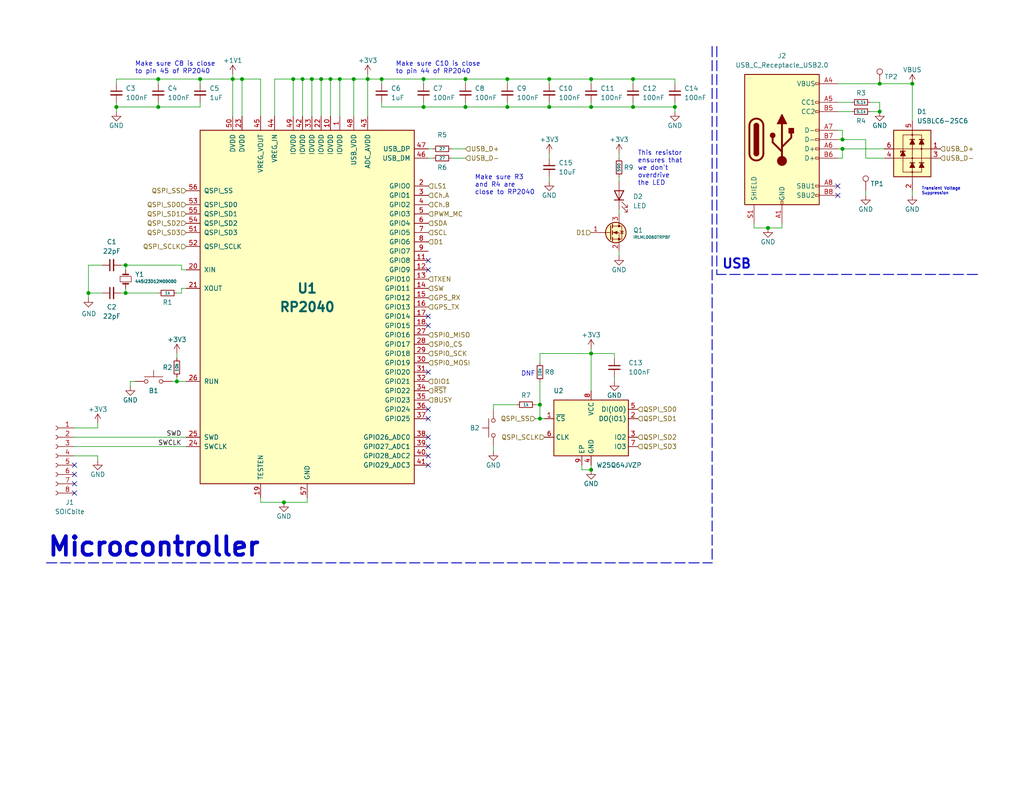
<source format=kicad_sch>
(kicad_sch (version 20230121) (generator eeschema)
  (paper "USLetter")
  (title_block (date "2023-10-18"))
  (lib_symbols
    (symbol "Connector:Conn_01x08_Female" (pin_names (offset 1.016) hide)
      (property "Reference" "J" (at 0 10.16 0))
      (property "Value" "Conn_01x08_Female" (at 0 -12.7 0))
      (symbol "Conn_01x08_Female_1_1"
        (arc (start 0 -9.652) (mid -0.5058 -10.16) (end 0 -10.668) (stroke (width 0.1524)))
        (arc (start 0 -7.112) (mid -0.5058 -7.62) (end 0 -8.128) (stroke (width 0.1524)))
        (arc (start 0 -4.572) (mid -0.5058 -5.08) (end 0 -5.588) (stroke (width 0.1524)))
        (arc (start 0 -2.032) (mid -0.5058 -2.54) (end 0 -3.048) (stroke (width 0.1524)))
        (polyline (pts (xy -1.27 -10.16) (xy -0.508 -10.16)) (stroke (width 0.1524)))
        (polyline (pts (xy -1.27 -7.62) (xy -0.508 -7.62)) (stroke (width 0.1524)))
        (polyline (pts (xy -1.27 -5.08) (xy -0.508 -5.08)) (stroke (width 0.1524)))
        (polyline (pts (xy -1.27 -2.54) (xy -0.508 -2.54)) (stroke (width 0.1524)))
        (polyline (pts (xy -1.27 0) (xy -0.508 0)) (stroke (width 0.1524)))
        (polyline (pts (xy -1.27 2.54) (xy -0.508 2.54)) (stroke (width 0.1524)))
        (polyline (pts (xy -1.27 5.08) (xy -0.508 5.08)) (stroke (width 0.1524)))
        (polyline (pts (xy -1.27 7.62) (xy -0.508 7.62)) (stroke (width 0.1524)))
        (arc (start 0 0.508) (mid -0.5058 0) (end 0 -0.508) (stroke (width 0.1524)))
        (arc (start 0 3.048) (mid -0.5058 2.54) (end 0 2.032) (stroke (width 0.1524)))
        (arc (start 0 5.588) (mid -0.5058 5.08) (end 0 4.572) (stroke (width 0.1524)))
        (arc (start 0 8.128) (mid -0.5058 7.62) (end 0 7.112) (stroke (width 0.1524)))
        (pin passive line (at -5.08 7.62 0) (length 3.81) (name "Pin_1") (number "1"))
        (pin passive line (at -5.08 5.08 0) (length 3.81) (name "Pin_2") (number "2"))
        (pin passive line (at -5.08 2.54 0) (length 3.81) (name "Pin_3") (number "3"))
        (pin passive line (at -5.08 0 0) (length 3.81) (name "Pin_4") (number "4"))
        (pin passive line (at -5.08 -2.54 0) (length 3.81) (name "Pin_5") (number "5"))
        (pin passive line (at -5.08 -5.08 0) (length 3.81) (name "Pin_6") (number "6"))
        (pin passive line (at -5.08 -7.62 0) (length 3.81) (name "Pin_7") (number "7"))
        (pin passive line (at -5.08 -10.16 0) (length 3.81) (name "Pin_8") (number "8"))
      )
    )
    (symbol "Connector:TestPoint" (pin_numbers hide) (pin_names (offset 0.762) hide)
      (property "Reference" "TP" (at 0 6.858 0))
      (property "Value" "TestPoint" (at 0 5.08 0))
      (symbol "TestPoint_0_1"
        (circle (center 0 3.302) (radius 0.762))
      )
      (symbol "TestPoint_1_1"
        (pin passive line (at 0 0 90) (length 2.54) (name "1") (number "1"))
      )
    )
    (symbol "Connector:USB_C_Receptacle_USB2.0" (pin_names (offset 1.016))
      (property "Reference" "J" (at -10.16 19.05 0))
      (property "Value" "USB_C_Receptacle_USB2.0" (at 19.05 19.05 0))
      (symbol "USB_C_Receptacle_USB2.0_0_0"
        (rectangle (start -0.254 -17.78) (end 0.254 -16.764))
        (rectangle (start 10.16 -14.986) (end 9.144 -15.494))
        (rectangle (start 10.16 -12.446) (end 9.144 -12.954))
        (rectangle (start 10.16 -4.826) (end 9.144 -5.334))
        (rectangle (start 10.16 -2.286) (end 9.144 -2.794))
        (rectangle (start 10.16 0.254) (end 9.144 -0.254))
        (rectangle (start 10.16 2.794) (end 9.144 2.286))
        (rectangle (start 10.16 7.874) (end 9.144 7.366))
        (rectangle (start 10.16 10.414) (end 9.144 9.906))
        (rectangle (start 10.16 15.494) (end 9.144 14.986))
      )
      (symbol "USB_C_Receptacle_USB2.0_0_1"
        (rectangle (start -10.16 17.78) (end 10.16 -17.78) (stroke (width 0.254)) (fill (type background)))
        (arc (start -8.89 -3.81) (mid -6.985 -5.7067) (end -5.08 -3.81) (stroke (width 0.508)))
        (arc (start -7.62 -3.81) (mid -6.985 -4.4423) (end -6.35 -3.81) (stroke (width 0.254)))
        (arc (start -7.62 -3.81) (mid -6.985 -4.4423) (end -6.35 -3.81) (stroke (width 0.254)) (fill (type outline)))
        (rectangle (start -7.62 -3.81) (end -6.35 3.81) (stroke (width 0.254)) (fill (type outline)))
        (arc (start -6.35 3.81) (mid -6.985 4.4423) (end -7.62 3.81) (stroke (width 0.254)))
        (arc (start -6.35 3.81) (mid -6.985 4.4423) (end -7.62 3.81) (stroke (width 0.254)) (fill (type outline)))
        (arc (start -5.08 3.81) (mid -6.985 5.7067) (end -8.89 3.81) (stroke (width 0.508)))
        (circle (center -2.54 1.143) (radius 0.635) (stroke (width 0.254)) (fill (type outline)))
        (circle (center 0 -5.842) (radius 1.27) (fill (type outline)))
        (polyline (pts (xy -8.89 -3.81) (xy -8.89 3.81)) (stroke (width 0.508)))
        (polyline (pts (xy -5.08 3.81) (xy -5.08 -3.81)) (stroke (width 0.508)))
        (polyline (pts (xy 0 -5.842) (xy 0 4.318)) (stroke (width 0.508)))
        (polyline (pts (xy 0 -3.302) (xy -2.54 -0.762) (xy -2.54 0.508)) (stroke (width 0.508)))
        (polyline (pts (xy 0 -2.032) (xy 2.54 0.508) (xy 2.54 1.778)) (stroke (width 0.508)))
        (polyline (pts (xy -1.27 4.318) (xy 0 6.858) (xy 1.27 4.318) (xy -1.27 4.318)) (stroke (width 0.254)) (fill (type outline)))
        (rectangle (start 1.905 1.778) (end 3.175 3.048) (stroke (width 0.254)) (fill (type outline)))
      )
      (symbol "USB_C_Receptacle_USB2.0_1_1"
        (pin passive line (at 0 -22.86 90) (length 5.08) (name "GND") (number "A1"))
        (pin passive line (at 0 -22.86 90) (length 5.08) hide (name "GND") (number "A12"))
        (pin passive line (at 15.24 15.24 180) (length 5.08) (name "VBUS") (number "A4"))
        (pin bidirectional line (at 15.24 10.16 180) (length 5.08) (name "CC1") (number "A5"))
        (pin bidirectional line (at 15.24 -2.54 180) (length 5.08) (name "D+") (number "A6"))
        (pin bidirectional line (at 15.24 2.54 180) (length 5.08) (name "D-") (number "A7"))
        (pin bidirectional line (at 15.24 -12.7 180) (length 5.08) (name "SBU1") (number "A8"))
        (pin passive line (at 15.24 15.24 180) (length 5.08) hide (name "VBUS") (number "A9"))
        (pin passive line (at 0 -22.86 90) (length 5.08) hide (name "GND") (number "B1"))
        (pin passive line (at 0 -22.86 90) (length 5.08) hide (name "GND") (number "B12"))
        (pin passive line (at 15.24 15.24 180) (length 5.08) hide (name "VBUS") (number "B4"))
        (pin bidirectional line (at 15.24 7.62 180) (length 5.08) (name "CC2") (number "B5"))
        (pin bidirectional line (at 15.24 -5.08 180) (length 5.08) (name "D+") (number "B6"))
        (pin bidirectional line (at 15.24 0 180) (length 5.08) (name "D-") (number "B7"))
        (pin bidirectional line (at 15.24 -15.24 180) (length 5.08) (name "SBU2") (number "B8"))
        (pin passive line (at 15.24 15.24 180) (length 5.08) hide (name "VBUS") (number "B9"))
        (pin passive line (at -7.62 -22.86 90) (length 5.08) (name "SHIELD") (number "S1"))
      )
    )
    (symbol "Device:C_Small" (pin_numbers hide) (pin_names (offset 0.254) hide)
      (property "Reference" "C" (at 0.254 1.778 0))
      (property "Value" "C_Small" (at 0.254 -2.032 0))
      (symbol "C_Small_0_1"
        (polyline (pts (xy -1.524 -0.508) (xy 1.524 -0.508)) (stroke (width 0.3302)))
        (polyline (pts (xy -1.524 0.508) (xy 1.524 0.508)) (stroke (width 0.3048)))
      )
      (symbol "C_Small_1_1"
        (pin passive line (at 0 2.54 270) (length 2.032) (name "~") (number "1"))
        (pin passive line (at 0 -2.54 90) (length 2.032) (name "~") (number "2"))
      )
    )
    (symbol "Device:Crystal_Small" (pin_numbers hide) (pin_names (offset 1.016) hide)
      (property "Reference" "Y" (at 0 2.54 0))
      (property "Value" "Crystal_Small" (at 0 -2.54 0))
      (symbol "Crystal_Small_0_1"
        (rectangle (start -0.762 -1.524) (end 0.762 1.524))
        (polyline (pts (xy -1.27 -0.762) (xy -1.27 0.762)) (stroke (width 0.381)))
        (polyline (pts (xy 1.27 -0.762) (xy 1.27 0.762)) (stroke (width 0.381)))
      )
      (symbol "Crystal_Small_1_1"
        (pin passive line (at -2.54 0 0) (length 1.27) (name "1") (number "1"))
        (pin passive line (at 2.54 0 180) (length 1.27) (name "2") (number "2"))
      )
    )
    (symbol "Device:LED" (pin_numbers hide) (pin_names (offset 1.016) hide)
      (property "Reference" "D" (at 0 2.54 0))
      (property "Value" "LED" (at 0 -2.54 0))
      (symbol "LED_0_1"
        (polyline (pts (xy -1.27 -1.27) (xy -1.27 1.27)) (stroke (width 0.254)))
        (polyline (pts (xy -1.27 0) (xy 1.27 0)))
        (polyline (pts (xy 1.27 -1.27) (xy 1.27 1.27) (xy -1.27 0) (xy 1.27 -1.27)) (stroke (width 0.254)))
        (polyline (pts (xy -3.048 -0.762) (xy -4.572 -2.286) (xy -3.81 -2.286) (xy -4.572 -2.286) (xy -4.572 -1.524)))
        (polyline (pts (xy -1.778 -0.762) (xy -3.302 -2.286) (xy -2.54 -2.286) (xy -3.302 -2.286) (xy -3.302 -1.524)))
      )
      (symbol "LED_1_1"
        (pin passive line (at -3.81 0 0) (length 2.54) (name "K") (number "1"))
        (pin passive line (at 3.81 0 180) (length 2.54) (name "A") (number "2"))
      )
    )
    (symbol "Device:Q_NMOS_GSD" (pin_names (offset 0) hide)
      (property "Reference" "Q?" (at 6.35 1.2701 0))
      (property "Value" "Q_NMOS_GSD" (at 6.35 -1.2699 0))
      (symbol "Q_NMOS_GSD_0_1"
        (polyline (pts (xy 0.254 0) (xy -2.54 0)))
        (polyline (pts (xy 0.254 1.905) (xy 0.254 -1.905)) (stroke (width 0.254)))
        (polyline (pts (xy 0.762 -1.27) (xy 0.762 -2.286)) (stroke (width 0.254)))
        (polyline (pts (xy 0.762 0.508) (xy 0.762 -0.508)) (stroke (width 0.254)))
        (polyline (pts (xy 0.762 2.286) (xy 0.762 1.27)) (stroke (width 0.254)))
        (polyline (pts (xy 2.54 2.54) (xy 2.54 1.778)))
        (polyline (pts (xy 2.54 -2.54) (xy 2.54 0) (xy 0.762 0)))
        (polyline (pts (xy 0.762 -1.778) (xy 3.302 -1.778) (xy 3.302 1.778) (xy 0.762 1.778)))
        (polyline (pts (xy 1.016 0) (xy 2.032 0.381) (xy 2.032 -0.381) (xy 1.016 0)) (fill (type outline)))
        (polyline (pts (xy 2.794 0.508) (xy 2.921 0.381) (xy 3.683 0.381) (xy 3.81 0.254)))
        (polyline (pts (xy 3.302 0.381) (xy 2.921 -0.254) (xy 3.683 -0.254) (xy 3.302 0.381)))
        (circle (center 1.651 0) (radius 2.794) (stroke (width 0.254)) (fill (type background)))
        (circle (center 2.54 -1.778) (radius 0.254) (fill (type outline)))
        (circle (center 2.54 1.778) (radius 0.254) (fill (type outline)))
      )
      (symbol "Q_NMOS_GSD_1_1"
        (pin input line (at -5.08 0 0) (length 2.54) (name "G") (number "1"))
        (pin passive line (at 2.54 -5.08 90) (length 2.54) (name "S") (number "2"))
        (pin passive line (at 2.54 5.08 270) (length 2.54) (name "D") (number "3"))
      )
    )
    (symbol "Device:R_Small" (pin_numbers hide) (pin_names (offset 0.254) hide)
      (property "Reference" "R" (at 0.762 0.508 0))
      (property "Value" "R_Small" (at 0.762 -1.016 0))
      (symbol "R_Small_0_1"
        (rectangle (start -0.762 1.778) (end 0.762 -1.778) (stroke (width 0.2032)))
      )
      (symbol "R_Small_1_1"
        (pin passive line (at 0 2.54 270) (length 0.762) (name "~") (number "1"))
        (pin passive line (at 0 -2.54 90) (length 0.762) (name "~") (number "2"))
      )
    )
    (symbol "Diode_TVS_AKL:USBLC6-2SC6" (pin_names (offset 1.016) hide)
      (property "Reference" "D" (at 6.35 6.35 0))
      (property "Value" "USBLC6-2SC6" (at 6.35 3.81 0))
      (symbol "USBLC6-2SC6_0_1"
        (rectangle (start -5.08 5.08) (end 5.08 -7.62) (stroke (width 0.254)) (fill (type background)))
        (polyline (pts (xy -5.08 -2.54) (xy 5.08 -2.54)))
        (polyline (pts (xy -5.08 0) (xy 5.08 0)))
        (polyline (pts (xy -2.54 -6.35) (xy -2.54 1.27)))
        (polyline (pts (xy -1.905 -3.81) (xy -3.175 -3.81)) (stroke (width 0.254)))
        (polyline (pts (xy -1.905 2.54) (xy -3.175 2.54)) (stroke (width 0.254)))
        (polyline (pts (xy 0 -8.89) (xy 0 -7.62)))
        (polyline (pts (xy 0 -7.62) (xy 0 -6.35)))
        (polyline (pts (xy 0 -1.27) (xy 0 1.27)))
        (polyline (pts (xy 0 1.27) (xy 0 -3.81)))
        (polyline (pts (xy 0 2.54) (xy 0 3.81)))
        (polyline (pts (xy 0 5.08) (xy 0 3.81)))
        (polyline (pts (xy 0.635 -3.81) (xy -0.635 -3.81)) (stroke (width 0.254)))
        (polyline (pts (xy 0.635 2.54) (xy -0.635 2.54)) (stroke (width 0.254)))
        (polyline (pts (xy 3.175 -0.635) (xy 1.905 -0.635)) (stroke (width 0.254)))
        (polyline (pts (xy -2.54 -6.35) (xy -2.54 -6.35) (xy 2.54 -6.35) (xy 2.54 -3.175)))
        (polyline (pts (xy -2.54 -3.81) (xy -1.905 -5.08) (xy -3.175 -5.08) (xy -2.54 -3.81)) (stroke (width 0.254)) (fill (type outline)))
        (polyline (pts (xy -2.54 2.54) (xy -1.905 1.27) (xy -3.175 1.27) (xy -2.54 2.54)) (stroke (width 0.254)) (fill (type outline)))
        (polyline (pts (xy 0 -3.81) (xy 0.635 -5.08) (xy -0.635 -5.08) (xy 0 -3.81)) (stroke (width 0.254)) (fill (type outline)))
        (polyline (pts (xy 0 2.54) (xy 0.635 1.27) (xy -0.635 1.27) (xy 0 2.54)) (stroke (width 0.254)) (fill (type outline)))
        (polyline (pts (xy 2.54 -0.635) (xy 2.54 3.81) (xy -2.54 3.81) (xy -2.54 2.54)))
        (polyline (pts (xy 2.54 -0.635) (xy 3.175 -1.905) (xy 1.905 -1.905) (xy 2.54 -0.635)) (stroke (width 0.254)) (fill (type outline)))
      )
      (symbol "USBLC6-2SC6_1_1"
        (circle (center -2.54 0) (radius 0.1778) (fill (type outline)))
        (circle (center 0 -6.35) (radius 0.1778) (fill (type outline)))
        (circle (center 0 -2.54) (radius 0.1778) (fill (type outline)))
        (polyline (pts (xy 0 -6.35) (xy 0 -3.81)))
        (polyline (pts (xy 0 0) (xy 0 2.54)))
        (polyline (pts (xy 2.54 -3.175) (xy 2.54 -0.635)))
        (polyline (pts (xy 3.175 -0.635) (xy 3.175 -1.016)) (stroke (width 0.254)))
        (circle (center 0 3.81) (radius 0.1778) (fill (type outline)))
        (pin passive line (at -7.62 0 0) (length 2.54) (name "L1") (number "1"))
        (pin passive line (at 0 -11.43 90) (length 2.54) (name "VN") (number "2"))
        (pin passive line (at -7.62 -2.54 0) (length 2.54) (name "L2") (number "3"))
        (pin passive line (at 7.62 -2.54 180) (length 2.54) (name "L2") (number "4"))
        (pin passive line (at 0 7.62 270) (length 2.54) (name "VP") (number "5"))
        (pin passive line (at 7.62 0 180) (length 2.54) (name "L1") (number "6"))
      )
    )
    (symbol "GND_3" (power) (pin_names (offset 0))
      (property "Value" "GND_3" (at 0 -3.81 0))
      (symbol "GND_3_0_1"
        (polyline (pts (xy 0 0) (xy 0 -1.27) (xy 1.27 -1.27) (xy 0 -2.54) (xy -1.27 -1.27) (xy 0 -1.27)))
      )
      (symbol "GND_3_1_1"
        (pin power_in line (at 0 0 270) (length 0) hide (name "GND") (number "1"))
      )
    )
    (symbol "MCU_RaspberryPi:RP2040" (pin_names (offset 1.016))
      (property "Reference" "U2" (at 0 5.08 0))
      (property "Value" "RP2040" (at 0 0 0))
      (symbol "RP2040_0_1"
        (rectangle (start -29.21 48.26) (end 29.21 -48.26) (stroke (width 0.254)) (fill (type background)))
      )
      (symbol "RP2040_1_1"
        (pin power_in line (at 8.89 52.07 270) (length 3.81) (name "IOVDD") (number "1"))
        (pin power_in line (at 6.35 52.07 270) (length 3.81) (name "IOVDD") (number "10"))
        (pin bidirectional line (at 33.02 12.7 180) (length 3.81) (name "GPIO8") (number "11"))
        (pin bidirectional line (at 33.02 10.16 180) (length 3.81) (name "GPIO9") (number "12"))
        (pin bidirectional line (at 33.02 7.62 180) (length 3.81) (name "GPIO10") (number "13"))
        (pin bidirectional line (at 33.02 5.08 180) (length 3.81) (name "GPIO11") (number "14"))
        (pin bidirectional line (at 33.02 2.54 180) (length 3.81) (name "GPIO12") (number "15"))
        (pin bidirectional line (at 33.02 0 180) (length 3.81) (name "GPIO13") (number "16"))
        (pin bidirectional line (at 33.02 -2.54 180) (length 3.81) (name "GPIO14") (number "17"))
        (pin bidirectional line (at 33.02 -5.08 180) (length 3.81) (name "GPIO15") (number "18"))
        (pin passive line (at -12.7 -52.07 90) (length 3.81) (name "TESTEN") (number "19"))
        (pin bidirectional line (at 33.02 33.02 180) (length 3.81) (name "GPIO0") (number "2"))
        (pin input line (at -33.02 10.16 0) (length 3.81) (name "XIN") (number "20"))
        (pin passive line (at -33.02 5.08 0) (length 3.81) (name "XOUT") (number "21"))
        (pin power_in line (at 3.81 52.07 270) (length 3.81) (name "IOVDD") (number "22"))
        (pin power_in line (at -17.78 52.07 270) (length 3.81) (name "DVDD") (number "23"))
        (pin output line (at -33.02 -38.1 0) (length 3.81) (name "SWCLK") (number "24"))
        (pin bidirectional line (at -33.02 -35.56 0) (length 3.81) (name "SWD") (number "25"))
        (pin input line (at -33.02 -20.32 0) (length 3.81) (name "RUN") (number "26"))
        (pin bidirectional line (at 33.02 -7.62 180) (length 3.81) (name "GPIO16") (number "27"))
        (pin bidirectional line (at 33.02 -10.16 180) (length 3.81) (name "GPIO17") (number "28"))
        (pin bidirectional line (at 33.02 -12.7 180) (length 3.81) (name "GPIO18") (number "29"))
        (pin bidirectional line (at 33.02 30.48 180) (length 3.81) (name "GPIO1") (number "3"))
        (pin bidirectional line (at 33.02 -15.24 180) (length 3.81) (name "GPIO19") (number "30"))
        (pin bidirectional line (at 33.02 -17.78 180) (length 3.81) (name "GPIO20") (number "31"))
        (pin bidirectional line (at 33.02 -20.32 180) (length 3.81) (name "GPIO21") (number "32"))
        (pin power_in line (at 1.27 52.07 270) (length 3.81) (name "IOVDD") (number "33"))
        (pin bidirectional line (at 33.02 -22.86 180) (length 3.81) (name "GPIO22") (number "34"))
        (pin bidirectional line (at 33.02 -25.4 180) (length 3.81) (name "GPIO23") (number "35"))
        (pin bidirectional line (at 33.02 -27.94 180) (length 3.81) (name "GPIO24") (number "36"))
        (pin bidirectional line (at 33.02 -30.48 180) (length 3.81) (name "GPIO25") (number "37"))
        (pin bidirectional line (at 33.02 -35.56 180) (length 3.81) (name "GPIO26_ADC0") (number "38"))
        (pin bidirectional line (at 33.02 -38.1 180) (length 3.81) (name "GPIO27_ADC1") (number "39"))
        (pin bidirectional line (at 33.02 27.94 180) (length 3.81) (name "GPIO2") (number "4"))
        (pin bidirectional line (at 33.02 -40.64 180) (length 3.81) (name "GPIO28_ADC2") (number "40"))
        (pin bidirectional line (at 33.02 -43.18 180) (length 3.81) (name "GPIO29_ADC3") (number "41"))
        (pin power_in line (at -1.27 52.07 270) (length 3.81) (name "IOVDD") (number "42"))
        (pin power_in line (at 16.51 52.07 270) (length 3.81) (name "ADC_AVDD") (number "43"))
        (pin power_in line (at -8.89 52.07 270) (length 3.81) (name "VREG_IN") (number "44"))
        (pin power_out line (at -12.7 52.07 270) (length 3.81) (name "VREG_VOUT") (number "45"))
        (pin bidirectional line (at 33.02 40.64 180) (length 3.81) (name "USB_DM") (number "46"))
        (pin bidirectional line (at 33.02 43.18 180) (length 3.81) (name "USB_DP") (number "47"))
        (pin power_in line (at 12.7 52.07 270) (length 3.81) (name "USB_VDD") (number "48"))
        (pin power_in line (at -3.81 52.07 270) (length 3.81) (name "IOVDD") (number "49"))
        (pin bidirectional line (at 33.02 25.4 180) (length 3.81) (name "GPIO3") (number "5"))
        (pin power_in line (at -20.32 52.07 270) (length 3.81) (name "DVDD") (number "50"))
        (pin bidirectional line (at -33.02 20.32 0) (length 3.81) (name "QSPI_SD3") (number "51"))
        (pin output line (at -33.02 16.51 0) (length 3.81) (name "QSPI_SCLK") (number "52"))
        (pin bidirectional line (at -33.02 27.94 0) (length 3.81) (name "QSPI_SD0") (number "53"))
        (pin bidirectional line (at -33.02 22.86 0) (length 3.81) (name "QSPI_SD2") (number "54"))
        (pin bidirectional line (at -33.02 25.4 0) (length 3.81) (name "QSPI_SD1") (number "55"))
        (pin bidirectional line (at -33.02 31.75 0) (length 3.81) (name "QSPI_SS") (number "56"))
        (pin passive line (at 0 -52.07 90) (length 3.81) (name "GND") (number "57"))
        (pin bidirectional line (at 33.02 22.86 180) (length 3.81) (name "GPIO4") (number "6"))
        (pin bidirectional line (at 33.02 20.32 180) (length 3.81) (name "GPIO5") (number "7"))
        (pin bidirectional line (at 33.02 17.78 180) (length 3.81) (name "GPIO6") (number "8"))
        (pin bidirectional line (at 33.02 15.24 180) (length 3.81) (name "GPIO7") (number "9"))
      )
    )
    (symbol "Memory_Flash:W25Q128JVS"
      (property "Reference" "U4" (at -8.89 10.16 0))
      (property "Value" "W25Q128JVS" (at 7.62 -10.16 0))
      (symbol "W25Q128JVS_0_1"
        (rectangle (start -10.16 7.62) (end 10.16 -7.62) (stroke (width 0.254)) (fill (type background)))
      )
      (symbol "W25Q128JVS_1_1"
        (pin input line (at -12.7 2.54 0) (length 2.54) (name "~{CS}") (number "1"))
        (pin bidirectional line (at 12.7 2.54 180) (length 2.54) (name "DO(IO1)") (number "2"))
        (pin bidirectional line (at 12.7 -2.54 180) (length 2.54) (name "IO2") (number "3"))
        (pin unspecified line (at 0 -10.16 90) (length 2.54) (name "GND") (number "4"))
        (pin bidirectional line (at 12.7 5.08 180) (length 2.54) (name "DI(IO0)") (number "5"))
        (pin input line (at -12.7 -2.54 0) (length 2.54) (name "CLK") (number "6"))
        (pin bidirectional line (at 12.7 -5.08 180) (length 2.54) (name "IO3") (number "7"))
        (pin power_in line (at 0 10.16 270) (length 2.54) (name "VCC") (number "8"))
        (pin unspecified line (at -2.54 -10.16 90) (length 2.54) (name "EP") (number "9"))
      )
    )
    (symbol "Switch:SW_Push" (pin_numbers hide) (pin_names (offset 1.016) hide)
      (property "Reference" "SW" (at 1.27 2.54 0))
      (property "Value" "SW_Push" (at 0 -1.524 0))
      (symbol "SW_Push_0_1"
        (circle (center -2.032 0) (radius 0.508))
        (polyline (pts (xy 0 1.27) (xy 0 3.048)))
        (polyline (pts (xy 2.54 1.27) (xy -2.54 1.27)))
        (circle (center 2.032 0) (radius 0.508))
        (pin passive line (at -5.08 0 0) (length 2.54) (name "1") (number "1"))
        (pin passive line (at 5.08 0 180) (length 2.54) (name "2") (number "2"))
      )
    )
    (symbol "power:+1V1" (power) (pin_names (offset 0))
      (property "Value" "+1V1" (at 0 3.556 0))
      (symbol "+1V1_0_1"
        (polyline (pts (xy -0.762 1.27) (xy 0 2.54)))
        (polyline (pts (xy 0 0) (xy 0 2.54)))
        (polyline (pts (xy 0 2.54) (xy 0.762 1.27)))
      )
      (symbol "+1V1_1_1"
        (pin power_in line (at 0 0 90) (length 0) hide (name "+1V1") (number "1"))
      )
    )
    (symbol "power:+3V3" (power) (pin_names (offset 0))
      (property "Value" "+3V3" (at 0 3.556 0))
      (symbol "+3V3_0_1"
        (polyline (pts (xy -0.762 1.27) (xy 0 2.54)))
        (polyline (pts (xy 0 0) (xy 0 2.54)))
        (polyline (pts (xy 0 2.54) (xy 0.762 1.27)))
      )
      (symbol "+3V3_1_1"
        (pin power_in line (at 0 0 90) (length 0) hide (name "+3V3") (number "1"))
      )
    )
    (symbol "power:GND" (power) (pin_names (offset 0))
      (property "Value" "GND" (at 0 -3.81 0))
      (symbol "GND_0_1"
        (polyline (pts (xy 0 0) (xy 0 -1.27) (xy 1.27 -1.27) (xy 0 -2.54) (xy -1.27 -1.27) (xy 0 -1.27)))
      )
      (symbol "GND_1_1"
        (pin power_in line (at 0 0 270) (length 0) hide (name "GND") (number "1"))
      )
    )
    (symbol "power:VBUS" (power) (pin_names (offset 0))
      (property "Value" "VBUS" (at 0 3.81 0))
      (symbol "VBUS_0_1"
        (polyline (pts (xy -0.762 1.27) (xy 0 2.54)))
        (polyline (pts (xy 0 0) (xy 0 2.54)))
        (polyline (pts (xy 0 2.54) (xy 0.762 1.27)))
      )
      (symbol "VBUS_1_1"
        (pin power_in line (at 0 0 90) (length 0) hide (name "VBUS") (number "1"))
      )
    )
  )
  (junction (at 127 29.21))
  (junction (at 48.26 104.14))
  (junction (at 34.29 72.39))
  (junction (at 248.92 22.86))
  (junction (at 43.18 29.21))
  (junction (at 172.72 29.21))
  (junction (at 161.29 96.52))
  (junction (at 127 21.59))
  (junction (at 115.57 29.21))
  (junction (at 240.03 22.86))
  (junction (at 85.09 21.59))
  (junction (at 161.29 29.21))
  (junction (at 161.29 21.59))
  (junction (at 96.52 21.59))
  (junction (at 138.43 29.21))
  (junction (at 147.32 114.3))
  (junction (at 161.29 128.27))
  (junction (at 149.86 29.21))
  (junction (at 104.14 21.59))
  (junction (at 100.33 21.59))
  (junction (at 54.61 21.59))
  (junction (at 172.72 21.59))
  (junction (at 63.5 21.59))
  (junction (at 87.63 21.59))
  (junction (at 90.17 21.59))
  (junction (at 80.01 21.59))
  (junction (at 43.18 21.59))
  (junction (at 92.71 21.59))
  (junction (at 229.87 38.1))
  (junction (at 147.32 110.49))
  (junction (at 209.55 62.23))
  (junction (at 149.86 21.59))
  (junction (at 115.57 21.59))
  (junction (at 229.87 40.64))
  (junction (at 34.29 80.01))
  (junction (at 138.43 21.59))
  (junction (at 24.13 80.01))
  (junction (at 240.03 30.48))
  (junction (at 31.75 29.21))
  (junction (at 82.55 21.59))
  (junction (at 184.15 29.21))
  (junction (at 77.47 137.16))
  (junction (at 66.04 21.59))
  (no_connect (at 228.6 53.34))
  (no_connect (at 116.84 119.38))
  (no_connect (at 20.32 134.62))
  (no_connect (at 20.32 129.54))
  (no_connect (at 116.84 73.66))
  (no_connect (at 116.84 121.92))
  (no_connect (at 20.32 132.08))
  (no_connect (at 116.84 71.12))
  (no_connect (at 116.84 88.9))
  (no_connect (at 116.84 124.46))
  (no_connect (at 116.84 114.3))
  (no_connect (at 116.84 101.6))
  (no_connect (at 116.84 86.36))
  (no_connect (at 116.84 127))
  (no_connect (at 228.6 50.8))
  (no_connect (at 20.32 127))
  (no_connect (at 116.84 111.76))
  (wire (pts (xy 54.61 22.86) (xy 54.61 21.59)))
  (wire (pts (xy 161.29 96.52) (xy 161.29 106.68)))
  (wire (pts (xy 77.47 137.16) (xy 83.82 137.16)))
  (wire (pts (xy 228.6 22.86) (xy 240.03 22.86)))
  (wire (pts (xy 236.22 38.1) (xy 229.87 38.1)))
  (wire (pts (xy 26.67 124.46) (xy 26.67 125.73)))
  (wire (pts (xy 213.36 60.96) (xy 213.36 62.23)))
  (wire (pts (xy 74.93 21.59) (xy 80.01 21.59)))
  (wire (pts (xy 161.29 127) (xy 161.29 128.27)))
  (wire (pts (xy 158.75 128.27) (xy 161.29 128.27)))
  (wire (pts (xy 24.13 72.39) (xy 27.94 72.39)))
  (wire (pts (xy 184.15 29.21) (xy 184.15 30.48)))
  (wire (pts (xy 168.91 57.15) (xy 168.91 58.42)))
  (wire (pts (xy 167.64 97.79) (xy 167.64 96.52)))
  (wire (pts (xy 116.84 43.18) (xy 118.11 43.18)))
  (wire (pts (xy 149.86 27.94) (xy 149.86 29.21)))
  (wire (pts (xy 34.29 78.74) (xy 34.29 80.01)))
  (wire (pts (xy 237.49 30.48) (xy 240.03 30.48)))
  (wire (pts (xy 31.75 27.94) (xy 31.75 29.21)))
  (wire (pts (xy 149.86 48.26) (xy 149.86 49.53)))
  (wire (pts (xy 138.43 29.21) (xy 149.86 29.21)))
  (wire (pts (xy 71.12 137.16) (xy 71.12 135.89)))
  (wire (pts (xy 100.33 21.59) (xy 100.33 31.75)))
  (wire (pts (xy 34.29 73.66) (xy 34.29 72.39)))
  (wire (pts (xy 26.67 124.46) (xy 20.32 124.46)))
  (wire (pts (xy 71.12 31.75) (xy 71.12 21.59)))
  (wire (pts (xy 26.67 116.84) (xy 20.32 116.84)))
  (wire (pts (xy 168.91 48.26) (xy 168.91 49.53)))
  (wire (pts (xy 127 27.94) (xy 127 29.21)))
  (wire (pts (xy 147.32 110.49) (xy 147.32 114.3)))
  (wire (pts (xy 71.12 21.59) (xy 66.04 21.59)))
  (wire (pts (xy 100.33 20.32) (xy 100.33 21.59)))
  (wire (pts (xy 26.67 116.84) (xy 26.67 115.57)))
  (wire (pts (xy 168.91 68.58) (xy 168.91 69.85)))
  (wire (pts (xy 229.87 38.1) (xy 228.6 38.1)))
  (wire (pts (xy 35.56 105.41) (xy 35.56 104.14)))
  (wire (pts (xy 43.18 21.59) (xy 54.61 21.59)))
  (wire (pts (xy 229.87 40.64) (xy 229.87 43.18)))
  (polyline (pts (xy 194.31 12.7) (xy 194.31 153.67)) (stroke (width 0.254) (type dash)))
  (wire (pts (xy 33.02 80.01) (xy 34.29 80.01)))
  (wire (pts (xy 146.05 110.49) (xy 147.32 110.49)))
  (wire (pts (xy 48.26 104.14) (xy 48.26 102.87)))
  (polyline (pts (xy 12.7 153.67) (xy 194.31 153.67)) (stroke (width 0.254) (type dash)))
  (wire (pts (xy 87.63 31.75) (xy 87.63 21.59)))
  (wire (pts (xy 31.75 22.86) (xy 31.75 21.59)))
  (wire (pts (xy 34.29 72.39) (xy 33.02 72.39)))
  (wire (pts (xy 50.8 78.74) (xy 49.53 78.74)))
  (wire (pts (xy 127 29.21) (xy 138.43 29.21)))
  (wire (pts (xy 43.18 22.86) (xy 43.18 21.59)))
  (wire (pts (xy 228.6 35.56) (xy 229.87 35.56)))
  (wire (pts (xy 240.03 27.94) (xy 237.49 27.94)))
  (wire (pts (xy 54.61 21.59) (xy 63.5 21.59)))
  (wire (pts (xy 240.03 30.48) (xy 240.03 27.94)))
  (wire (pts (xy 184.15 21.59) (xy 172.72 21.59)))
  (wire (pts (xy 236.22 52.07) (xy 236.22 53.34)))
  (wire (pts (xy 24.13 80.01) (xy 27.94 80.01)))
  (wire (pts (xy 123.19 43.18) (xy 127 43.18)))
  (wire (pts (xy 104.14 21.59) (xy 104.14 22.86)))
  (wire (pts (xy 161.29 29.21) (xy 172.72 29.21)))
  (wire (pts (xy 66.04 21.59) (xy 63.5 21.59)))
  (wire (pts (xy 49.53 73.66) (xy 49.53 72.39)))
  (wire (pts (xy 149.86 21.59) (xy 149.86 22.86)))
  (wire (pts (xy 66.04 31.75) (xy 66.04 21.59)))
  (wire (pts (xy 149.86 41.91) (xy 149.86 43.18)))
  (wire (pts (xy 172.72 21.59) (xy 161.29 21.59)))
  (wire (pts (xy 149.86 21.59) (xy 138.43 21.59)))
  (wire (pts (xy 172.72 29.21) (xy 184.15 29.21)))
  (wire (pts (xy 31.75 29.21) (xy 31.75 30.48)))
  (wire (pts (xy 134.62 121.92) (xy 134.62 123.19)))
  (wire (pts (xy 24.13 72.39) (xy 24.13 80.01)))
  (wire (pts (xy 87.63 21.59) (xy 90.17 21.59)))
  (wire (pts (xy 82.55 31.75) (xy 82.55 21.59)))
  (polyline (pts (xy 266.7 74.93) (xy 195.58 74.93)) (stroke (width 0.254) (type dash)))
  (wire (pts (xy 20.32 121.92) (xy 50.8 121.92)))
  (wire (pts (xy 172.72 21.59) (xy 172.72 22.86)))
  (wire (pts (xy 48.26 104.14) (xy 50.8 104.14)))
  (wire (pts (xy 24.13 80.01) (xy 24.13 81.28)))
  (wire (pts (xy 149.86 29.21) (xy 161.29 29.21)))
  (wire (pts (xy 31.75 29.21) (xy 43.18 29.21)))
  (wire (pts (xy 172.72 27.94) (xy 172.72 29.21)))
  (wire (pts (xy 116.84 40.64) (xy 118.11 40.64)))
  (wire (pts (xy 147.32 104.14) (xy 147.32 110.49)))
  (wire (pts (xy 228.6 30.48) (xy 232.41 30.48)))
  (wire (pts (xy 213.36 62.23) (xy 209.55 62.23)))
  (wire (pts (xy 228.6 27.94) (xy 232.41 27.94)))
  (wire (pts (xy 158.75 127) (xy 158.75 128.27)))
  (wire (pts (xy 85.09 31.75) (xy 85.09 21.59)))
  (wire (pts (xy 104.14 27.94) (xy 104.14 29.21)))
  (wire (pts (xy 127 21.59) (xy 138.43 21.59)))
  (wire (pts (xy 54.61 27.94) (xy 54.61 29.21)))
  (wire (pts (xy 96.52 31.75) (xy 96.52 21.59)))
  (wire (pts (xy 31.75 21.59) (xy 43.18 21.59)))
  (wire (pts (xy 34.29 72.39) (xy 49.53 72.39)))
  (wire (pts (xy 205.74 62.23) (xy 209.55 62.23)))
  (wire (pts (xy 138.43 21.59) (xy 138.43 22.86)))
  (wire (pts (xy 123.19 40.64) (xy 127 40.64)))
  (wire (pts (xy 49.53 78.74) (xy 49.53 80.01)))
  (wire (pts (xy 43.18 29.21) (xy 54.61 29.21)))
  (wire (pts (xy 146.05 114.3) (xy 147.32 114.3)))
  (wire (pts (xy 134.62 110.49) (xy 134.62 111.76)))
  (wire (pts (xy 229.87 35.56) (xy 229.87 38.1)))
  (wire (pts (xy 248.92 22.86) (xy 248.92 33.02)))
  (wire (pts (xy 229.87 43.18) (xy 228.6 43.18)))
  (wire (pts (xy 80.01 31.75) (xy 80.01 21.59)))
  (wire (pts (xy 167.64 102.87) (xy 167.64 104.14)))
  (wire (pts (xy 228.6 40.64) (xy 229.87 40.64)))
  (wire (pts (xy 248.92 52.07) (xy 248.92 53.34)))
  (wire (pts (xy 184.15 22.86) (xy 184.15 21.59)))
  (wire (pts (xy 147.32 96.52) (xy 161.29 96.52)))
  (polyline (pts (xy 195.58 12.7) (xy 195.58 74.93)) (stroke (width 0.254) (type dash)))
  (wire (pts (xy 115.57 22.86) (xy 115.57 21.59)))
  (wire (pts (xy 35.56 104.14) (xy 36.83 104.14)))
  (wire (pts (xy 161.29 21.59) (xy 161.29 22.86)))
  (wire (pts (xy 184.15 27.94) (xy 184.15 29.21)))
  (wire (pts (xy 48.26 96.52) (xy 48.26 97.79)))
  (wire (pts (xy 50.8 73.66) (xy 49.53 73.66)))
  (wire (pts (xy 20.32 119.38) (xy 50.8 119.38)))
  (wire (pts (xy 83.82 135.89) (xy 83.82 137.16)))
  (wire (pts (xy 104.14 21.59) (xy 115.57 21.59)))
  (wire (pts (xy 92.71 21.59) (xy 92.71 31.75)))
  (wire (pts (xy 104.14 29.21) (xy 115.57 29.21)))
  (wire (pts (xy 115.57 29.21) (xy 127 29.21)))
  (wire (pts (xy 161.29 95.25) (xy 161.29 96.52)))
  (wire (pts (xy 167.64 96.52) (xy 161.29 96.52)))
  (wire (pts (xy 115.57 21.59) (xy 127 21.59)))
  (wire (pts (xy 63.5 20.32) (xy 63.5 21.59)))
  (wire (pts (xy 147.32 96.52) (xy 147.32 99.06)))
  (wire (pts (xy 46.99 104.14) (xy 48.26 104.14)))
  (wire (pts (xy 127 22.86) (xy 127 21.59)))
  (wire (pts (xy 63.5 21.59) (xy 63.5 31.75)))
  (wire (pts (xy 82.55 21.59) (xy 85.09 21.59)))
  (wire (pts (xy 147.32 114.3) (xy 148.59 114.3)))
  (wire (pts (xy 92.71 21.59) (xy 96.52 21.59)))
  (wire (pts (xy 161.29 21.59) (xy 149.86 21.59)))
  (wire (pts (xy 138.43 27.94) (xy 138.43 29.21)))
  (wire (pts (xy 90.17 31.75) (xy 90.17 21.59)))
  (wire (pts (xy 85.09 21.59) (xy 87.63 21.59)))
  (wire (pts (xy 100.33 21.59) (xy 104.14 21.59)))
  (wire (pts (xy 229.87 40.64) (xy 241.3 40.64)))
  (wire (pts (xy 134.62 110.49) (xy 140.97 110.49)))
  (wire (pts (xy 115.57 29.21) (xy 115.57 27.94)))
  (wire (pts (xy 96.52 21.59) (xy 100.33 21.59)))
  (wire (pts (xy 48.26 80.01) (xy 49.53 80.01)))
  (wire (pts (xy 168.91 41.91) (xy 168.91 43.18)))
  (wire (pts (xy 161.29 27.94) (xy 161.29 29.21)))
  (wire (pts (xy 43.18 29.21) (xy 43.18 27.94)))
  (wire (pts (xy 90.17 21.59) (xy 92.71 21.59)))
  (wire (pts (xy 80.01 21.59) (xy 82.55 21.59)))
  (wire (pts (xy 74.93 31.75) (xy 74.93 21.59)))
  (wire (pts (xy 205.74 60.96) (xy 205.74 62.23)))
  (wire (pts (xy 77.47 137.16) (xy 71.12 137.16)))
  (wire (pts (xy 236.22 43.18) (xy 241.3 43.18)))
  (wire (pts (xy 240.03 22.86) (xy 248.92 22.86)))
  (wire (pts (xy 236.22 38.1) (xy 236.22 43.18)))
  (wire (pts (xy 34.29 80.01) (xy 43.18 80.01)))
  (text "USB" (at 196.85 73.66 0) (effects (font (size 2.54 2.54) (thickness 0.508) bold) (justify left bottom)))
  (text "Make sure C8 is close \nto pin 45 of RP2040" (at 36.83 20.32 0) (effects (font (size 1.27 1.27)) (justify left bottom)))
  (text "Make sure C10 is close \nto pin 44 of RP2040" (at 107.95 20.32 0) (effects (font (size 1.27 1.27)) (justify left bottom)))
  (text "Microcontroller" (at 12.7 152.4 0) (effects (font (size 5.08 5.08) (thickness 1.016) bold) (justify left bottom)))
  (text "Transient Voltage\nSuppression" (at 251.46 53.34 0) (effects (font (size 0.8 0.8)) (justify left bottom)))
  (text "Make sure R3 \nand R4 are \nclose to RP2040" (at 129.54 53.34 0) (effects (font (size 1.27 1.27)) (justify left bottom)))
  (text "This resistor \nensures that \nwe don't \noverdrive \nthe LED" (at 173.99 50.8 0) (effects (font (size 1.27 1.27)) (justify left bottom)))
  (text "DNF" (at 146.05 102.87 0) (effects (font (size 1.27 1.27)) (justify right bottom)))
  (label "SWCLK" (at 49.53 121.92 180))
  (label "SWD" (at 49.53 119.38 180))
  (hierarchical_label "SW" (shape input) (at 116.84 78.74 0))
  (hierarchical_label "SDA" (shape input) (at 116.84 60.96 0))
  (hierarchical_label "USB_D+" (shape input) (at 127 40.64 0))
  (hierarchical_label "SPI0_SCK" (shape input) (at 116.84 96.52 0))
  (hierarchical_label "DIO1" (shape input) (at 116.84 104.14 0))
  (hierarchical_label "LS1" (shape input) (at 116.84 50.8 0))
  (hierarchical_label "QSPI_SD2" (shape input) (at 173.99 119.38 0))
  (hierarchical_label "QSPI_SS" (shape input) (at 146.05 114.3 180))
  (hierarchical_label "BUSY" (shape input) (at 116.84 109.22 0))
  (hierarchical_label "QSPI_SD0" (shape input) (at 50.8 55.88 180))
  (hierarchical_label "QSPI_SCLK" (shape input) (at 148.59 119.38 180))
  (hierarchical_label "D1" (shape input) (at 161.29 63.5 180))
  (hierarchical_label "QSPI_SD3" (shape input) (at 173.99 121.92 0))
  (hierarchical_label "QSPI_SD1" (shape input) (at 50.8 58.42 180))
  (hierarchical_label "GPS_TX" (shape input) (at 116.84 83.82 0))
  (hierarchical_label "USB_D-" (shape input) (at 127 43.18 0))
  (hierarchical_label "Ch.A" (shape input) (at 116.84 53.34 0))
  (hierarchical_label "QSPI_SD3" (shape input) (at 50.8 63.5 180))
  (hierarchical_label "QSPI_SD2" (shape input) (at 50.8 60.96 180))
  (hierarchical_label "QSPI_SD0" (shape input) (at 173.99 111.76 0))
  (hierarchical_label "~{RST}" (shape input) (at 116.84 106.68 0))
  (hierarchical_label "D1" (shape input) (at 116.84 66.04 0))
  (hierarchical_label "SPI0_MISO" (shape input) (at 116.84 91.44 0))
  (hierarchical_label "QSPI_SS" (shape input) (at 50.8 52.07 180))
  (hierarchical_label "SPI0_CS" (shape input) (at 116.84 93.98 0))
  (hierarchical_label "Ch.B" (shape input) (at 116.84 55.88 0))
  (hierarchical_label "SCL" (shape input) (at 116.84 63.5 0))
  (hierarchical_label "GPS_RX" (shape input) (at 116.84 81.28 0))
  (hierarchical_label "SPI0_MOSI" (shape input) (at 116.84 99.06 0))
  (hierarchical_label "QSPI_SD1" (shape input) (at 173.99 114.3 0))
  (hierarchical_label "TXEN" (shape input) (at 116.84 76.2 0))
  (hierarchical_label "QSPI_SCLK" (shape input) (at 50.8 67.31 180))
  (hierarchical_label "USB_D+" (shape input) (at 256.54 40.64 0))
  (hierarchical_label "USB_D-" (shape input) (at 256.54 43.18 0))
  (hierarchical_label "PWM_MC" (shape input) (at 116.84 58.42 0))
  (symbol (lib_id "power:GND") (at 161.29 128.27 0) (unit 1)
    (property "Reference" "#PWR022" (effects hide))
    (property "Value" "GND" (at 161.29 132.08 0))
  )
  (symbol (lib_id "Device:Crystal_Small") (at 34.29 76.2 90) (unit 1)
    (property "Reference" "Y1" (at 36.83 74.93 90) (effects (justify right)))
    (property "Value" "445I23D12M00000" (at 36.83 76.8351 90) (effects (font (size 0.8 0.8)) (justify right)))
    (property "Footprint" "Crystal:Crystal_SMD_5032-2Pin_5.0x3.2mm" (effects hide))
  )
  (symbol (lib_id "Device:R_Small") (at 143.51 110.49 90) (unit 1)
    (property "Reference" "R7" (at 143.51 107.95 90))
    (property "Value" "1k" (at 143.51 110.49 90) (effects (font (size 0.8 0.8))))
    (property "Footprint" "Resistor_SMD:R_0402_1005Metric" (effects hide))
  )
  (symbol (lib_id "Device:C_Small") (at 104.14 25.4 0) (unit 1)
    (property "Reference" "C6" (at 106.68 24.13 0) (effects (justify left)))
    (property "Value" "1uF" (at 106.68 26.67 0) (effects (justify left)))
    (property "Footprint" "Capacitor_SMD:C_0402_1005Metric" (effects hide))
  )
  (symbol (lib_id "Device:R_Small") (at 147.32 101.6 0) (unit 1)
    (property "Reference" "R8" (at 148.59 101.6 0) (effects (justify left)))
    (property "Value" "10k" (at 147.32 101.6 90) (effects (font (size 0.8 0.8))))
    (property "Footprint" "Resistor_SMD:R_0402_1005Metric" (effects hide))
  )
  (symbol (lib_id "power:GND") (at 248.92 53.34 0) (unit 1)
    (property "Reference" "#PWR012" (effects hide))
    (property "Value" "GND" (at 248.92 57.15 0))
  )
  (symbol (lib_id "power:+3V3") (at 149.86 41.91 0) (unit 1)
    (property "Reference" "#PWR028" (effects hide))
    (property "Value" "+3V3" (at 149.86 38.1 0))
  )
  (symbol (lib_id "Device:C_Small") (at 31.75 25.4 0) (unit 1)
    (property "Reference" "C3" (at 34.29 24.13 0) (effects (justify left)))
    (property "Value" "100nF" (at 34.29 26.67 0) (effects (justify left)))
    (property "Footprint" "Capacitor_SMD:C_0402_1005Metric" (effects hide))
  )
  (symbol (lib_id "Switch:SW_Push") (at 134.62 116.84 90) (unit 1)
    (property "Reference" "B2" (at 129.54 116.84 90))
    (property "Value" "KMR2" (effects hide))
    (property "Footprint" "Button_Switch_SMD:SW_Push_1P1T_NO_CK_KMR2" (effects hide))
  )
  (symbol (lib_id "Switch:SW_Push") (at 41.91 104.14 0) (unit 1)
    (property "Reference" "B1" (at 41.91 106.68 0))
    (property "Value" "KMR2" (effects hide))
    (property "Footprint" "Button_Switch_SMD:SW_Push_1P1T_NO_CK_KMR2" (effects hide))
  )
  (symbol (lib_id "power:GND") (at 26.67 125.73 0) (mirror y) (unit 1)
    (property "Reference" "#PWR03" (effects hide))
    (property "Value" "GND" (at 26.67 129.54 0))
  )
  (symbol (lib_id "Connector:TestPoint") (at 236.22 52.07 0) (unit 1)
    (property "Reference" "TP1" (at 237.49 50.165 0) (effects (justify left)))
    (property "Value" "TestPoint" (effects hide))
    (property "Footprint" "TestPoint:TestPoint_Pad_D1.0mm" (effects hide))
  )
  (symbol (lib_id "power:+1V1") (at 63.5 20.32 0) (unit 1)
    (property "Reference" "#PWR010" (effects hide))
    (property "Value" "+1V1" (at 63.5 16.51 0))
  )
  (symbol (lib_id "power:GND") (at 35.56 105.41 0) (unit 1)
    (property "Reference" "#PWR06" (effects hide))
    (property "Value" "GND" (at 35.56 109.22 0))
  )
  (symbol (lib_id "Device:R_Small") (at 120.65 40.64 90) (unit 1)
    (property "Reference" "R5" (at 120.65 36.83 90))
    (property "Value" "27" (at 120.65 40.64 90) (effects (font (size 0.8 0.8))))
    (property "Footprint" "Resistor_SMD:R_0402_1005Metric" (effects hide))
  )
  (symbol (lib_id "Connector:USB_C_Receptacle_USB2.0") (at 213.36 38.1 0) (unit 1)
    (property "Reference" "J2" (at 213.36 15.24 0))
    (property "Value" "USB_C_Receptacle_USB2.0" (at 213.36 17.78 0))
    (property "Footprint" "Connector_USB:USB_C_Receptacle_GCT_USB4105-xx-A_16P_TopMnt_Horizontal" (effects hide))
    (property "Datasheet" "https://www.usb.org/sites/default/files/documents/usb_type-c.zip" (effects hide))
  )
  (symbol (lib_id "Device:R_Small") (at 48.26 100.33 0) (unit 1)
    (property "Reference" "R2" (at 45.72 100.33 0))
    (property "Value" "10k" (at 48.26 100.33 90) (effects (font (size 0.8 0.8))))
    (property "Footprint" "Resistor_SMD:R_0402_1005Metric" (effects hide))
  )
  (symbol (lib_id "Device:C_Small") (at 149.86 45.72 0) (unit 1)
    (property "Reference" "C15" (at 152.4 44.45 0) (effects (justify left)))
    (property "Value" "10uF" (at 152.4 46.99 0) (effects (justify left)))
    (property "Footprint" "Capacitor_SMD:C_0603_1608Metric" (effects hide))
  )
  (symbol (lib_id "Device:C_Small") (at 43.18 25.4 0) (unit 1)
    (property "Reference" "C4" (at 45.72 24.13 0) (effects (justify left)))
    (property "Value" "100nF" (at 45.72 26.67 0) (effects (justify left)))
    (property "Footprint" "Capacitor_SMD:C_0402_1005Metric" (effects hide))
  )
  (symbol (lib_id "Device:Q_NMOS_GSD") (at 166.37 63.5 0) (unit 1)
    (property "Reference" "Q1" (at 172.72 62.865 0) (effects (justify left)))
    (property "Value" "IRLML0060TRPBF" (at 172.72 64.77 0) (effects (font (size 0.8 0.8)) (justify left)))
    (property "Footprint" "Package_TO_SOT_SMD:SOT-23-3" (effects hide))
  )
  (symbol (lib_id "Device:R_Small") (at 234.95 27.94 90) (unit 1)
    (property "Reference" "R3" (at 234.95 25.4 90))
    (property "Value" "5.1k" (at 234.95 27.94 90) (effects (font (size 0.8 0.8))))
    (property "Footprint" "Resistor_SMD:R_0402_1005Metric" (effects hide))
  )
  (symbol (lib_id "Device:C_Small") (at 149.86 25.4 0) (unit 1)
    (property "Reference" "C10" (at 152.4 24.13 0) (effects (justify left)))
    (property "Value" "100nF" (at 152.4 26.67 0) (effects (justify left)))
    (property "Footprint" "Capacitor_SMD:C_0402_1005Metric" (effects hide))
  )
  (symbol (lib_id "Device:C_Small") (at 30.48 72.39 90) (unit 1)
    (property "Reference" "C1" (at 30.4863 66.04 90))
    (property "Value" "22pF" (at 30.4863 68.58 90))
    (property "Footprint" "Capacitor_SMD:C_0603_1608Metric" (effects hide))
  )
  (symbol (lib_id "power:+3V3") (at 48.26 96.52 0) (unit 1)
    (property "Reference" "#PWR07" (effects hide))
    (property "Value" "+3V3" (at 48.26 92.71 0))
  )
  (symbol (lib_id "Device:R_Small") (at 45.72 80.01 90) (unit 1)
    (property "Reference" "R1" (at 45.72 82.55 90))
    (property "Value" "1k" (at 45.72 80.01 90) (effects (font (size 0.8 0.8))))
    (property "Footprint" "Resistor_SMD:R_0402_1005Metric" (effects hide))
  )
  (symbol (lib_id "Device:C_Small") (at 138.43 25.4 0) (unit 1)
    (property "Reference" "C9" (at 140.97 24.13 0) (effects (justify left)))
    (property "Value" "100nF" (at 140.97 26.67 0) (effects (justify left)))
    (property "Footprint" "Capacitor_SMD:C_0402_1005Metric" (effects hide))
  )
  (symbol (lib_id "power:GND") (at 240.03 30.48 0) (unit 1)
    (property "Reference" "#PWR09" (effects hide))
    (property "Value" "GND" (at 240.03 34.29 0))
  )
  (symbol (lib_id "Device:LED") (at 168.91 53.34 90) (unit 1)
    (property "Reference" "D2" (at 172.72 53.6574 90) (effects (justify right)))
    (property "Value" "LED" (at 172.72 56.1974 90) (effects (justify right)))
    (property "Footprint" "Diode_SMD:D_0603_1608Metric_Pad1.05x0.95mm_HandSolder" (effects hide))
  )
  (symbol (lib_name "GND_3") (lib_id "power:GND") (at 209.55 62.23 0) (unit 1)
    (property "Reference" "#PWR04" (effects hide))
    (property "Value" "GND" (at 209.55 66.04 0))
  )
  (symbol (lib_id "power:GND") (at 31.75 30.48 0) (unit 1)
    (property "Reference" "#PWR05" (effects hide))
    (property "Value" "GND" (at 31.75 34.29 0))
  )
  (symbol (lib_id "Device:C_Small") (at 54.61 25.4 0) (unit 1)
    (property "Reference" "C5" (at 57.15 24.13 0) (effects (justify left)))
    (property "Value" "1uF" (at 57.15 26.67 0) (effects (justify left)))
    (property "Footprint" "Capacitor_SMD:C_0402_1005Metric" (effects hide))
  )
  (symbol (lib_id "Device:R_Small") (at 234.95 30.48 90) (unit 1)
    (property "Reference" "R4" (at 234.95 33.02 90))
    (property "Value" "5.1k" (at 234.95 30.48 90) (effects (font (size 0.8 0.8))))
    (property "Footprint" "Resistor_SMD:R_0402_1005Metric" (effects hide))
  )
  (symbol (lib_id "Device:C_Small") (at 184.15 25.4 0) (unit 1)
    (property "Reference" "C14" (at 186.69 24.13 0) (effects (justify left)))
    (property "Value" "100nF" (at 186.69 26.67 0) (effects (justify left)))
    (property "Footprint" "Capacitor_SMD:C_0402_1005Metric" (effects hide))
  )
  (symbol (lib_id "Device:C_Small") (at 30.48 80.01 90) (unit 1)
    (property "Reference" "C2" (at 30.48 83.82 90))
    (property "Value" "22pF" (at 30.48 86.36 90))
    (property "Footprint" "Capacitor_SMD:C_0603_1608Metric" (effects hide))
  )
  (symbol (lib_id "Connector:Conn_01x08_Female") (at 15.24 124.46 0) (mirror y) (unit 1)
    (property "Reference" "J1" (at 19.05 137.16 0))
    (property "Value" "SOICbite" (at 19.05 139.7 0))
    (property "Footprint" "Rudolph_Lib:SOIC_clipProgSmall" (effects hide))
  )
  (symbol (lib_id "Device:C_Small") (at 161.29 25.4 0) (unit 1)
    (property "Reference" "C11" (at 163.83 24.13 0) (effects (justify left)))
    (property "Value" "100nF" (at 163.83 26.67 0) (effects (justify left)))
    (property "Footprint" "Capacitor_SMD:C_0402_1005Metric" (effects hide))
  )
  (symbol (lib_id "Device:C_Small") (at 167.64 100.33 0) (unit 1)
    (property "Reference" "C13" (at 171.45 99.0662 0) (effects (justify left)))
    (property "Value" "100nF" (at 171.45 101.6062 0) (effects (justify left)))
    (property "Footprint" "Capacitor_SMD:C_0402_1005Metric" (effects hide))
  )
  (symbol (lib_id "power:GND") (at 184.15 30.48 0) (unit 1)
    (property "Reference" "#PWR025" (effects hide))
    (property "Value" "GND" (at 184.15 34.29 0))
  )
  (symbol (lib_id "power:GND") (at 77.47 137.16 0) (unit 1)
    (property "Reference" "#PWR013" (effects hide))
    (property "Value" "GND" (at 77.47 140.97 0))
  )
  (symbol (lib_id "Device:R_Small") (at 168.91 45.72 0) (unit 1)
    (property "Reference" "R9" (at 170.18 45.72 0) (effects (justify left)))
    (property "Value" "590" (at 168.91 45.72 90) (effects (font (size 0.8 0.8))))
    (property "Footprint" "Resistor_SMD:R_0603_1608Metric" (effects hide))
  )
  (symbol (lib_id "power:GND") (at 236.22 53.34 0) (unit 1)
    (property "Reference" "#PWR08" (effects hide))
    (property "Value" "GND" (at 236.22 57.15 0))
  )
  (symbol (lib_id "power:GND") (at 168.91 69.85 0) (unit 1)
    (property "Reference" "#PWR020" (effects hide))
    (property "Value" "GND" (at 168.91 73.66 0))
  )
  (symbol (lib_id "power:+3V3") (at 100.33 20.32 0) (unit 1)
    (property "Reference" "#PWR014" (effects hide))
    (property "Value" "+3V3" (at 100.33 16.51 0))
  )
  (symbol (lib_id "MCU_RaspberryPi:RP2040") (at 83.82 83.82 0) (unit 1)
    (property "Reference" "U1" (at 83.82 78.74 0) (effects (font (size 2.54 2.54) bold)))
    (property "Value" "RP2040" (at 83.82 83.82 0) (effects (font (size 2.54 2.54) bold)))
    (property "Footprint" "Rudolph_Lib:RP2040-QFN-56" (effects hide))
  )
  (symbol (lib_id "power:GND") (at 24.13 81.28 0) (unit 1)
    (property "Reference" "#PWR01" (effects hide))
    (property "Value" "GND" (at 24.257 85.6742 0))
  )
  (symbol (lib_id "power:VBUS") (at 248.92 22.86 0) (unit 1)
    (property "Reference" "#PWR011" (effects hide))
    (property "Value" "VBUS" (at 248.92 19.05 0))
  )
  (symbol (lib_id "power:+3V3") (at 26.67 115.57 0) (mirror y) (unit 1)
    (property "Reference" "#PWR02" (effects hide))
    (property "Value" "+3V3" (at 26.67 111.76 0))
  )
  (symbol (lib_id "power:+3V3") (at 168.91 41.91 0) (unit 1)
    (property "Reference" "#PWR019" (effects hide))
    (property "Value" "+3V3" (at 168.91 38.1 0))
  )
  (symbol (lib_id "Device:C_Small") (at 115.57 25.4 0) (unit 1)
    (property "Reference" "C7" (at 118.11 24.13 0) (effects (justify left)))
    (property "Value" "100nF" (at 118.11 26.67 0) (effects (justify left)))
    (property "Footprint" "Capacitor_SMD:C_0402_1005Metric" (effects hide))
  )
  (symbol (lib_id "Device:C_Small") (at 127 25.4 0) (unit 1)
    (property "Reference" "C8" (at 129.54 24.13 0) (effects (justify left)))
    (property "Value" "100nF" (at 129.54 26.67 0) (effects (justify left)))
    (property "Footprint" "Capacitor_SMD:C_0402_1005Metric" (effects hide))
  )
  (symbol (lib_id "power:GND") (at 134.62 123.19 0) (unit 1)
    (property "Reference" "#PWR015" (effects hide))
    (property "Value" "GND" (at 134.62 127 0))
  )
  (symbol (lib_id "Connector:TestPoint") (at 240.03 22.86 0) (unit 1)
    (property "Reference" "TP2" (at 241.3 20.955 0) (effects (justify left)))
    (property "Value" "TestPoint" (effects hide))
    (property "Footprint" "TestPoint:TestPoint_Pad_D1.0mm" (effects hide))
  )
  (symbol (lib_id "power:GND") (at 167.64 104.14 0) (unit 1)
    (property "Reference" "#PWR023" (effects hide))
    (property "Value" "GND" (at 167.64 107.95 0))
  )
  (symbol (lib_id "Memory_Flash:W25Q128JVS") (at 161.29 116.84 0) (unit 1)
    (property "Reference" "U2" (at 152.4 106.68 0))
    (property "Value" "W25Q64JVZP" (at 168.91 127 0))
    (property "Footprint" "Rudolph_Lib:W25Q64JVZP" (effects hide))
    (property "Datasheet" "http://www.winbond.com/resource-files/w25q128jv_dtr%20revc%2003272018%20plus.pdf" (effects hide))
  )
  (symbol (lib_id "power:+3V3") (at 161.29 95.25 0) (unit 1)
    (property "Reference" "#PWR021" (effects hide))
    (property "Value" "+3V3" (at 161.29 91.44 0))
  )
  (symbol (lib_id "Device:C_Small") (at 172.72 25.4 0) (unit 1)
    (property "Reference" "C12" (at 175.26 24.13 0) (effects (justify left)))
    (property "Value" "100nF" (at 175.26 26.67 0) (effects (justify left)))
    (property "Footprint" "Capacitor_SMD:C_0402_1005Metric" (effects hide))
  )
  (symbol (lib_id "Diode_TVS_AKL:USBLC6-2SC6") (at 248.92 40.64 0) (mirror y) (unit 1)
    (property "Reference" "D1" (at 250.19 30.48 0) (effects (justify right)))
    (property "Value" "USBLC6-2SC6" (at 250.19 33.02 0) (effects (justify right)))
    (property "Footprint" "PCM_Package_TO_SOT_SMD_AKL:SOT-23-6" (effects hide))
    (property "Datasheet" "https://www.tme.eu/Document/db59d28d28a96c34f26d05f234ff409c/USBLC6-2.pdf" (effects hide))
  )
  (symbol (lib_id "Device:R_Small") (at 120.65 43.18 90) (unit 1)
    (property "Reference" "R6" (at 120.65 45.72 90))
    (property "Value" "27" (at 120.65 43.18 90) (effects (font (size 0.8 0.8))))
    (property "Footprint" "Resistor_SMD:R_0402_1005Metric" (effects hide))
  )
  (symbol (lib_id "power:GND") (at 149.86 49.53 0) (unit 1)
    (property "Reference" "#PWR029" (effects hide))
    (property "Value" "GND" (at 149.86 53.34 0))
  )
)
</source>
